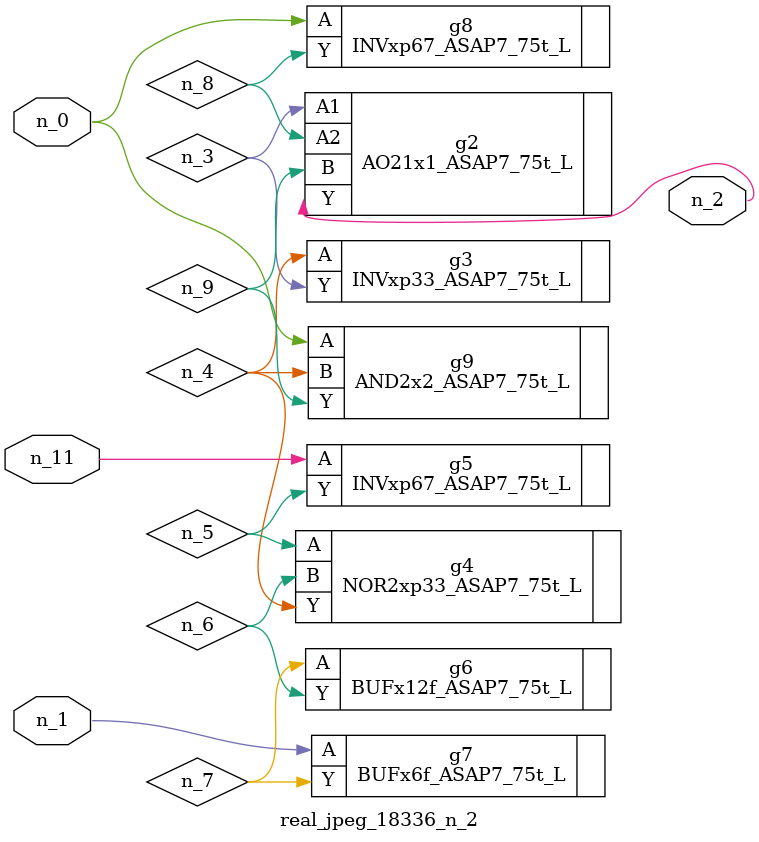
<source format=v>
module real_jpeg_18336_n_2 (n_1, n_11, n_0, n_2);

input n_1;
input n_11;
input n_0;

output n_2;

wire n_5;
wire n_8;
wire n_4;
wire n_6;
wire n_7;
wire n_3;
wire n_9;

INVxp67_ASAP7_75t_L g8 ( 
.A(n_0),
.Y(n_8)
);

AND2x2_ASAP7_75t_L g9 ( 
.A(n_0),
.B(n_4),
.Y(n_9)
);

BUFx6f_ASAP7_75t_L g7 ( 
.A(n_1),
.Y(n_7)
);

AO21x1_ASAP7_75t_L g2 ( 
.A1(n_3),
.A2(n_8),
.B(n_9),
.Y(n_2)
);

INVxp33_ASAP7_75t_L g3 ( 
.A(n_4),
.Y(n_3)
);

NOR2xp33_ASAP7_75t_L g4 ( 
.A(n_5),
.B(n_6),
.Y(n_4)
);

BUFx12f_ASAP7_75t_L g6 ( 
.A(n_7),
.Y(n_6)
);

INVxp67_ASAP7_75t_L g5 ( 
.A(n_11),
.Y(n_5)
);


endmodule
</source>
